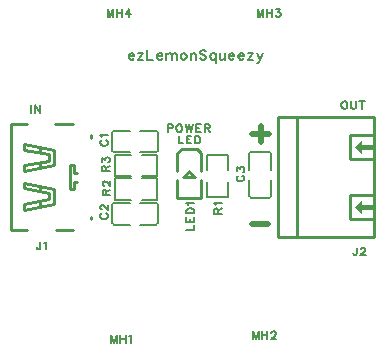
<source format=gto>
G04 Layer: TopSilkscreenLayer*
G04 EasyEDA Pro v2.2.37.3, 2025-03-15 19:37:20*
G04 Gerber Generator version 0.3*
G04 Scale: 100 percent, Rotated: No, Reflected: No*
G04 Dimensions in millimeters*
G04 Leading zeros omitted, absolute positions, 4 integers and 5 decimals*
%FSLAX45Y45*%
%MOMM*%
%ADD10C,0.152*%
%ADD11C,0.5*%
%ADD12C,0.15*%
%ADD13C,0.1524*%
%ADD14C,0.254*%
%ADD15C,0.2539*%
%ADD16C,0.25*%
G75*


G04 Text Start*
G54D10*
G01X112620Y2109230D02*
G01X112620Y2044206D01*
G01X142592Y2109230D02*
G01X142592Y2044206D01*
G01X142592Y2109230D02*
G01X186026Y2044206D01*
G01X186026Y2109230D02*
G01X186026Y2044206D01*
G01X2756157Y2144230D02*
G01X2750061Y2141182D01*
G01X2743711Y2135086D01*
G01X2740663Y2128736D01*
G01X2737615Y2119592D01*
G01X2737615Y2104098D01*
G01X2740663Y2094700D01*
G01X2743711Y2088604D01*
G01X2750061Y2082254D01*
G01X2756157Y2079206D01*
G01X2768603Y2079206D01*
G01X2774699Y2082254D01*
G01X2781049Y2088604D01*
G01X2784097Y2094700D01*
G01X2787145Y2104098D01*
G01X2787145Y2119592D01*
G01X2784097Y2128736D01*
G01X2781049Y2135086D01*
G01X2774699Y2141182D01*
G01X2768603Y2144230D01*
G01X2756157Y2144230D01*
G01X2817117Y2144230D02*
G01X2817117Y2097748D01*
G01X2820419Y2088604D01*
G01X2826515Y2082254D01*
G01X2835913Y2079206D01*
G01X2842009Y2079206D01*
G01X2851153Y2082254D01*
G01X2857503Y2088604D01*
G01X2860551Y2097748D01*
G01X2860551Y2144230D01*
G01X2912367Y2144230D02*
G01X2912367Y2079206D01*
G01X2890523Y2144230D02*
G01X2933957Y2144230D01*
G01X1265683Y1947080D02*
G01X1265683Y1882056D01*
G01X1265683Y1947080D02*
G01X1293623Y1947080D01*
G01X1302767Y1944032D01*
G01X1305815Y1940984D01*
G01X1309117Y1934888D01*
G01X1309117Y1925490D01*
G01X1305815Y1919394D01*
G01X1302767Y1916092D01*
G01X1293623Y1913044D01*
G01X1265683Y1913044D01*
G01X1357885Y1947080D02*
G01X1351535Y1944032D01*
G01X1345439Y1937936D01*
G01X1342391Y1931586D01*
G01X1339089Y1922442D01*
G01X1339089Y1906948D01*
G01X1342391Y1897550D01*
G01X1345439Y1891454D01*
G01X1351535Y1885104D01*
G01X1357885Y1882056D01*
G01X1370077Y1882056D01*
G01X1376427Y1885104D01*
G01X1382523Y1891454D01*
G01X1385571Y1897550D01*
G01X1388619Y1906948D01*
G01X1388619Y1922442D01*
G01X1385571Y1931586D01*
G01X1382523Y1937936D01*
G01X1376427Y1944032D01*
G01X1370077Y1947080D01*
G01X1357885Y1947080D01*
G01X1418591Y1947080D02*
G01X1434085Y1882056D01*
G01X1449579Y1947080D02*
G01X1434085Y1882056D01*
G01X1449579Y1947080D02*
G01X1465073Y1882056D01*
G01X1480567Y1947080D02*
G01X1465073Y1882056D01*
G01X1510539Y1947080D02*
G01X1510539Y1882056D01*
G01X1510539Y1947080D02*
G01X1550925Y1947080D01*
G01X1510539Y1916092D02*
G01X1535431Y1916092D01*
G01X1510539Y1882056D02*
G01X1550925Y1882056D01*
G01X1580897Y1947080D02*
G01X1580897Y1882056D01*
G01X1580897Y1947080D02*
G01X1608837Y1947080D01*
G01X1618235Y1944032D01*
G01X1621283Y1940984D01*
G01X1624331Y1934888D01*
G01X1624331Y1928538D01*
G01X1621283Y1922442D01*
G01X1618235Y1919394D01*
G01X1608837Y1916092D01*
G01X1580897Y1916092D01*
G01X1602741Y1916092D02*
G01X1624331Y1882056D01*
G01X1359583Y1852080D02*
G01X1359583Y1787056D01*
G01X1359583Y1787056D02*
G01X1396667Y1787056D01*
G01X1426639Y1852080D02*
G01X1426639Y1787056D01*
G01X1426639Y1852080D02*
G01X1467025Y1852080D01*
G01X1426639Y1821092D02*
G01X1451531Y1821092D01*
G01X1426639Y1787056D02*
G01X1467025Y1787056D01*
G01X1496997Y1852080D02*
G01X1496997Y1787056D01*
G01X1496997Y1852080D02*
G01X1518841Y1852080D01*
G01X1527985Y1849032D01*
G01X1534335Y1842936D01*
G01X1537383Y1836586D01*
G01X1540431Y1827442D01*
G01X1540431Y1811948D01*
G01X1537383Y1802550D01*
G01X1534335Y1796454D01*
G01X1527985Y1790104D01*
G01X1518841Y1787056D01*
G01X1496997Y1787056D01*
G54D11*
G01X2054942Y1935214D02*
G01X2054942Y1794752D01*
G01X1984584Y1865110D02*
G01X2125300Y1865110D01*
G01X1979591Y1108029D02*
G01X2120307Y1108029D01*
G54D12*
G01X938383Y2526035D02*
G01X985119Y2526035D01*
G01X985119Y2533909D01*
G01X981309Y2541783D01*
G01X977245Y2545593D01*
G01X969625Y2549403D01*
G01X957687Y2549403D01*
G01X950067Y2545593D01*
G01X942193Y2537719D01*
G01X938383Y2526035D01*
G01X938383Y2518161D01*
G01X942193Y2506477D01*
G01X950067Y2498857D01*
G01X957687Y2494793D01*
G01X969625Y2494793D01*
G01X977245Y2498857D01*
G01X985119Y2506477D01*
G01X1061827Y2549403D02*
G01X1018901Y2494793D01*
G01X1018901Y2549403D02*
G01X1061827Y2549403D01*
G01X1018901Y2494793D02*
G01X1061827Y2494793D01*
G01X1095609Y2576835D02*
G01X1095609Y2494793D01*
G01X1095609Y2494793D02*
G01X1142345Y2494793D01*
G01X1176127Y2526035D02*
G01X1222863Y2526035D01*
G01X1222863Y2533909D01*
G01X1219053Y2541783D01*
G01X1215243Y2545593D01*
G01X1207369Y2549403D01*
G01X1195685Y2549403D01*
G01X1187811Y2545593D01*
G01X1179937Y2537719D01*
G01X1176127Y2526035D01*
G01X1176127Y2518161D01*
G01X1179937Y2506477D01*
G01X1187811Y2498857D01*
G01X1195685Y2494793D01*
G01X1207369Y2494793D01*
G01X1215243Y2498857D01*
G01X1222863Y2506477D01*
G01X1256645Y2549403D02*
G01X1256645Y2494793D01*
G01X1256645Y2533909D02*
G01X1268329Y2545593D01*
G01X1276203Y2549403D01*
G01X1287887Y2549403D01*
G01X1295761Y2545593D01*
G01X1299571Y2533909D01*
G01X1299571Y2494793D01*
G01X1299571Y2533909D02*
G01X1311255Y2545593D01*
G01X1319129Y2549403D01*
G01X1330813Y2549403D01*
G01X1338687Y2545593D01*
G01X1342497Y2533909D01*
G01X1342497Y2494793D01*
G01X1395837Y2549403D02*
G01X1387963Y2545593D01*
G01X1380089Y2537719D01*
G01X1376279Y2526035D01*
G01X1376279Y2518161D01*
G01X1380089Y2506477D01*
G01X1387963Y2498857D01*
G01X1395837Y2494793D01*
G01X1407521Y2494793D01*
G01X1415395Y2498857D01*
G01X1423015Y2506477D01*
G01X1427079Y2518161D01*
G01X1427079Y2526035D01*
G01X1423015Y2537719D01*
G01X1415395Y2545593D01*
G01X1407521Y2549403D01*
G01X1395837Y2549403D01*
G01X1460861Y2549403D02*
G01X1460861Y2494793D01*
G01X1460861Y2533909D02*
G01X1472545Y2545593D01*
G01X1480419Y2549403D01*
G01X1492103Y2549403D01*
G01X1499977Y2545593D01*
G01X1503787Y2533909D01*
G01X1503787Y2494793D01*
G01X1592179Y2565151D02*
G01X1584305Y2573025D01*
G01X1572621Y2576835D01*
G01X1557127Y2576835D01*
G01X1545443Y2573025D01*
G01X1537569Y2565151D01*
G01X1537569Y2557277D01*
G01X1541379Y2549403D01*
G01X1545443Y2545593D01*
G01X1553063Y2541783D01*
G01X1576685Y2533909D01*
G01X1584305Y2530099D01*
G01X1588369Y2526035D01*
G01X1592179Y2518161D01*
G01X1592179Y2506477D01*
G01X1584305Y2498857D01*
G01X1572621Y2494793D01*
G01X1557127Y2494793D01*
G01X1545443Y2498857D01*
G01X1537569Y2506477D01*
G01X1672697Y2549403D02*
G01X1672697Y2467615D01*
G01X1672697Y2537719D02*
G01X1665077Y2545593D01*
G01X1657203Y2549403D01*
G01X1645519Y2549403D01*
G01X1637645Y2545593D01*
G01X1629771Y2537719D01*
G01X1625961Y2526035D01*
G01X1625961Y2518161D01*
G01X1629771Y2506477D01*
G01X1637645Y2498857D01*
G01X1645519Y2494793D01*
G01X1657203Y2494793D01*
G01X1665077Y2498857D01*
G01X1672697Y2506477D01*
G01X1706479Y2549403D02*
G01X1706479Y2510541D01*
G01X1710289Y2498857D01*
G01X1718163Y2494793D01*
G01X1729847Y2494793D01*
G01X1737721Y2498857D01*
G01X1749405Y2510541D01*
G01X1749405Y2549403D02*
G01X1749405Y2494793D01*
G01X1783187Y2526035D02*
G01X1829923Y2526035D01*
G01X1829923Y2533909D01*
G01X1826113Y2541783D01*
G01X1822303Y2545593D01*
G01X1814429Y2549403D01*
G01X1802745Y2549403D01*
G01X1794871Y2545593D01*
G01X1786997Y2537719D01*
G01X1783187Y2526035D01*
G01X1783187Y2518161D01*
G01X1786997Y2506477D01*
G01X1794871Y2498857D01*
G01X1802745Y2494793D01*
G01X1814429Y2494793D01*
G01X1822303Y2498857D01*
G01X1829923Y2506477D01*
G01X1863705Y2526035D02*
G01X1910441Y2526035D01*
G01X1910441Y2533909D01*
G01X1906631Y2541783D01*
G01X1902821Y2545593D01*
G01X1894947Y2549403D01*
G01X1883263Y2549403D01*
G01X1875389Y2545593D01*
G01X1867515Y2537719D01*
G01X1863705Y2526035D01*
G01X1863705Y2518161D01*
G01X1867515Y2506477D01*
G01X1875389Y2498857D01*
G01X1883263Y2494793D01*
G01X1894947Y2494793D01*
G01X1902821Y2498857D01*
G01X1910441Y2506477D01*
G01X1987149Y2549403D02*
G01X1944223Y2494793D01*
G01X1944223Y2549403D02*
G01X1987149Y2549403D01*
G01X1944223Y2494793D02*
G01X1987149Y2494793D01*
G01X2024741Y2549403D02*
G01X2048363Y2494793D01*
G01X2071731Y2549403D02*
G01X2048363Y2494793D01*
G01X2040489Y2479299D01*
G01X2032615Y2471425D01*
G01X2024741Y2467615D01*
G01X2020931Y2467615D01*
G54D13*
G01X711258Y1814098D02*
G01X704908Y1811050D01*
G01X698812Y1804700D01*
G01X695764Y1798604D01*
G01X695764Y1786158D01*
G01X698812Y1780062D01*
G01X704908Y1773712D01*
G01X711258Y1770664D01*
G01X720402Y1767616D01*
G01X735896Y1767616D01*
G01X745294Y1770664D01*
G01X751390Y1773712D01*
G01X757740Y1780062D01*
G01X760788Y1786158D01*
G01X760788Y1798604D01*
G01X757740Y1804700D01*
G01X751390Y1811050D01*
G01X745294Y1814098D01*
G01X708210Y1844324D02*
G01X704908Y1850420D01*
G01X695764Y1859564D01*
G01X760788Y1859564D01*
G01X711258Y1194100D02*
G01X704908Y1191052D01*
G01X698812Y1184702D01*
G01X695764Y1178606D01*
G01X695764Y1166160D01*
G01X698812Y1160064D01*
G01X704908Y1153714D01*
G01X711258Y1150666D01*
G01X720402Y1147618D01*
G01X735896Y1147618D01*
G01X745294Y1150666D01*
G01X751390Y1153714D01*
G01X757740Y1160064D01*
G01X760788Y1166160D01*
G01X760788Y1178606D01*
G01X757740Y1184702D01*
G01X751390Y1191052D01*
G01X745294Y1194100D01*
G01X711258Y1227374D02*
G01X708210Y1227374D01*
G01X701860Y1230422D01*
G01X698812Y1233470D01*
G01X695764Y1239566D01*
G01X695764Y1252012D01*
G01X698812Y1258362D01*
G01X701860Y1261410D01*
G01X708210Y1264458D01*
G01X714306Y1264458D01*
G01X720402Y1261410D01*
G01X729800Y1255060D01*
G01X760788Y1224326D01*
G01X760788Y1267506D01*
G01X1866256Y1514099D02*
G01X1859906Y1511051D01*
G01X1853810Y1504701D01*
G01X1850762Y1498605D01*
G01X1850762Y1486159D01*
G01X1853810Y1480063D01*
G01X1859906Y1473713D01*
G01X1866256Y1470665D01*
G01X1875400Y1467617D01*
G01X1890894Y1467617D01*
G01X1900292Y1470665D01*
G01X1906388Y1473713D01*
G01X1912738Y1480063D01*
G01X1915786Y1486159D01*
G01X1915786Y1498605D01*
G01X1912738Y1504701D01*
G01X1906388Y1511051D01*
G01X1900292Y1514099D01*
G01X1850762Y1550421D02*
G01X1850762Y1584457D01*
G01X1875400Y1565915D01*
G01X1875400Y1575059D01*
G01X1878448Y1581409D01*
G01X1881750Y1584457D01*
G01X1890894Y1587505D01*
G01X1897244Y1587505D01*
G01X1906388Y1584457D01*
G01X1912738Y1578361D01*
G01X1915786Y1568963D01*
G01X1915786Y1559565D01*
G01X1912738Y1550421D01*
G01X1909436Y1547373D01*
G01X1903340Y1544325D01*
G01X2868602Y904232D02*
G01X2868602Y854702D01*
G01X2865554Y845558D01*
G01X2862506Y842256D01*
G01X2856156Y839208D01*
G01X2850060Y839208D01*
G01X2843710Y842256D01*
G01X2840662Y845558D01*
G01X2837614Y854702D01*
G01X2837614Y861052D01*
G01X2901876Y888738D02*
G01X2901876Y891786D01*
G01X2904924Y898136D01*
G01X2907972Y901184D01*
G01X2914068Y904232D01*
G01X2926514Y904232D01*
G01X2932864Y901184D01*
G01X2935912Y898136D01*
G01X2938960Y891786D01*
G01X2938960Y885690D01*
G01X2935912Y879594D01*
G01X2929562Y870196D01*
G01X2898828Y839208D01*
G01X2942008Y839208D01*
G01X1425763Y1057618D02*
G01X1490787Y1057618D01*
G01X1490787Y1057618D02*
G01X1490787Y1094702D01*
G01X1425763Y1124928D02*
G01X1490787Y1124928D01*
G01X1425763Y1124928D02*
G01X1425763Y1165060D01*
G01X1456751Y1124928D02*
G01X1456751Y1149566D01*
G01X1490787Y1124928D02*
G01X1490787Y1165060D01*
G01X1425763Y1195286D02*
G01X1490787Y1195286D01*
G01X1425763Y1195286D02*
G01X1425763Y1216876D01*
G01X1428811Y1226020D01*
G01X1434907Y1232370D01*
G01X1441257Y1235418D01*
G01X1450401Y1238466D01*
G01X1465895Y1238466D01*
G01X1475293Y1235418D01*
G01X1481389Y1232370D01*
G01X1487739Y1226020D01*
G01X1490787Y1216876D01*
G01X1490787Y1195286D01*
G01X1438209Y1268692D02*
G01X1434907Y1274788D01*
G01X1425763Y1283932D01*
G01X1490787Y1283932D01*
G01X787620Y164234D02*
G01X787620Y99210D01*
G01X787620Y164234D02*
G01X812512Y99210D01*
G01X837150Y164234D02*
G01X812512Y99210D01*
G01X837150Y164234D02*
G01X837150Y99210D01*
G01X867376Y164234D02*
G01X867376Y99210D01*
G01X910556Y164234D02*
G01X910556Y99210D01*
G01X867376Y133246D02*
G01X910556Y133246D01*
G01X940782Y151788D02*
G01X946878Y155090D01*
G01X956022Y164234D01*
G01X956022Y99210D01*
G01X1987621Y194234D02*
G01X1987621Y129210D01*
G01X1987621Y194234D02*
G01X2012513Y129210D01*
G01X2037151Y194234D02*
G01X2012513Y129210D01*
G01X2037151Y194234D02*
G01X2037151Y129210D01*
G01X2067377Y194234D02*
G01X2067377Y129210D01*
G01X2110557Y194234D02*
G01X2110557Y129210D01*
G01X2067377Y163246D02*
G01X2110557Y163246D01*
G01X2143831Y178740D02*
G01X2143831Y181788D01*
G01X2146879Y188138D01*
G01X2149927Y191186D01*
G01X2156023Y194234D01*
G01X2168469Y194234D01*
G01X2174819Y191186D01*
G01X2177867Y188138D01*
G01X2180915Y181788D01*
G01X2180915Y175692D01*
G01X2177867Y169596D01*
G01X2171517Y160198D01*
G01X2140783Y129210D01*
G01X2183963Y129210D01*
G01X2027621Y2924235D02*
G01X2027621Y2859211D01*
G01X2027621Y2924235D02*
G01X2052513Y2859211D01*
G01X2077151Y2924235D02*
G01X2052513Y2859211D01*
G01X2077151Y2924235D02*
G01X2077151Y2859211D01*
G01X2107377Y2924235D02*
G01X2107377Y2859211D01*
G01X2150557Y2924235D02*
G01X2150557Y2859211D01*
G01X2107377Y2893247D02*
G01X2150557Y2893247D01*
G01X2186879Y2924235D02*
G01X2220915Y2924235D01*
G01X2202373Y2899597D01*
G01X2211517Y2899597D01*
G01X2217867Y2896549D01*
G01X2220915Y2893247D01*
G01X2223963Y2884103D01*
G01X2223963Y2877753D01*
G01X2220915Y2868609D01*
G01X2214819Y2862259D01*
G01X2205421Y2859211D01*
G01X2196023Y2859211D01*
G01X2186879Y2862259D01*
G01X2183831Y2865561D01*
G01X2180783Y2871657D01*
G01X757621Y2924235D02*
G01X757621Y2859211D01*
G01X757621Y2924235D02*
G01X782513Y2859211D01*
G01X807151Y2924235D02*
G01X782513Y2859211D01*
G01X807151Y2924235D02*
G01X807151Y2859211D01*
G01X837377Y2924235D02*
G01X837377Y2859211D01*
G01X880557Y2924235D02*
G01X880557Y2859211D01*
G01X837377Y2893247D02*
G01X880557Y2893247D01*
G01X941517Y2924235D02*
G01X910783Y2881055D01*
G01X957011Y2881055D01*
G01X941517Y2924235D02*
G01X941517Y2859211D01*
G01X1660762Y1192618D02*
G01X1725786Y1192618D01*
G01X1660762Y1192618D02*
G01X1660762Y1220558D01*
G01X1663810Y1229702D01*
G01X1666858Y1232750D01*
G01X1673208Y1236052D01*
G01X1679304Y1236052D01*
G01X1685400Y1232750D01*
G01X1688448Y1229702D01*
G01X1691750Y1220558D01*
G01X1691750Y1192618D01*
G01X1691750Y1214208D02*
G01X1725786Y1236052D01*
G01X1673208Y1266278D02*
G01X1669906Y1272374D01*
G01X1660762Y1281518D01*
G01X1725786Y1281518D01*
G01X715764Y1352617D02*
G01X780788Y1352617D01*
G01X715764Y1352617D02*
G01X715764Y1380557D01*
G01X718812Y1389701D01*
G01X721860Y1392749D01*
G01X728210Y1396051D01*
G01X734306Y1396051D01*
G01X740402Y1392749D01*
G01X743450Y1389701D01*
G01X746752Y1380557D01*
G01X746752Y1352617D01*
G01X746752Y1374207D02*
G01X780788Y1396051D01*
G01X731258Y1429325D02*
G01X728210Y1429325D01*
G01X721860Y1432373D01*
G01X718812Y1435421D01*
G01X715764Y1441517D01*
G01X715764Y1453963D01*
G01X718812Y1460313D01*
G01X721860Y1463361D01*
G01X728210Y1466409D01*
G01X734306Y1466409D01*
G01X740402Y1463361D01*
G01X749800Y1457011D01*
G01X780788Y1426277D01*
G01X780788Y1469457D01*
G01X710764Y1552617D02*
G01X775788Y1552617D01*
G01X710764Y1552617D02*
G01X710764Y1580557D01*
G01X713812Y1589701D01*
G01X716860Y1592749D01*
G01X723210Y1596051D01*
G01X729306Y1596051D01*
G01X735402Y1592749D01*
G01X738450Y1589701D01*
G01X741752Y1580557D01*
G01X741752Y1552617D01*
G01X741752Y1574207D02*
G01X775788Y1596051D01*
G01X710764Y1632373D02*
G01X710764Y1666409D01*
G01X735402Y1647867D01*
G01X735402Y1657011D01*
G01X738450Y1663361D01*
G01X741752Y1666409D01*
G01X750896Y1669457D01*
G01X757246Y1669457D01*
G01X766390Y1666409D01*
G01X772740Y1660313D01*
G01X775788Y1650915D01*
G01X775788Y1641517D01*
G01X772740Y1632373D01*
G01X769438Y1629325D01*
G01X763342Y1626277D01*
G01X188608Y954232D02*
G01X188608Y904702D01*
G01X185560Y895558D01*
G01X182512Y892256D01*
G01X176162Y889208D01*
G01X170066Y889208D01*
G01X163716Y892256D01*
G01X160668Y895558D01*
G01X157620Y904702D01*
G01X157620Y911052D01*
G01X218834Y941786D02*
G01X224930Y945088D01*
G01X234074Y954232D01*
G01X234074Y889208D01*
G04 Text End*

G04 PolygonModel Start*
G01X808881Y1709640D02*
G01X949881Y1709640D01*
G01X949881Y1890361D02*
G01X808881Y1890361D01*
G01X793641Y1875121D02*
G01X793641Y1724880D01*
G01X1171120Y1709640D02*
G01X1030120Y1709640D01*
G01X1030120Y1890361D02*
G01X1171120Y1890361D01*
G01X1186360Y1875121D02*
G01X1186360Y1724880D01*
G01X808881Y1890361D02*
G03X793641Y1875121I0J-15240D01*
G01X793641Y1724880D02*
G03X808881Y1709640I15240J0D01*
G01X1171120Y1890361D02*
G02X1186360Y1875121I0J-15240D01*
G01X1186360Y1724880D02*
G02X1171120Y1709640I-15240J0D01*
G01X808881Y1099640D02*
G01X949881Y1099640D01*
G01X949881Y1280361D02*
G01X808881Y1280361D01*
G01X793641Y1265121D02*
G01X793641Y1114880D01*
G01X1171120Y1099640D02*
G01X1030120Y1099640D01*
G01X1030120Y1280361D02*
G01X1171120Y1280361D01*
G01X1186360Y1265121D02*
G01X1186360Y1114880D01*
G01X808881Y1280361D02*
G03X793641Y1265121I0J-15240D01*
G01X793641Y1114880D02*
G03X808881Y1099640I15240J0D01*
G01X1171120Y1280361D02*
G02X1186360Y1265121I0J-15240D01*
G01X1186360Y1114880D02*
G02X1171120Y1099640I-15240J0D01*
G01X1959641Y1701121D02*
G01X1959641Y1560120D01*
G01X2140362Y1560120D02*
G01X2140362Y1701121D01*
G01X2125122Y1716361D02*
G01X1974881Y1716361D01*
G01X1959641Y1338881D02*
G01X1959641Y1479881D01*
G01X2140362Y1479881D02*
G01X2140362Y1338881D01*
G01X2125122Y1323641D02*
G01X1974881Y1323641D01*
G01X2140362Y1701121D02*
G03X2125122Y1716361I-15240J0D01*
G01X1974881Y1716361D02*
G03X1959641Y1701121I0J-15240D01*
G01X2140362Y1338881D02*
G02X2125122Y1323641I-15240J0D01*
G01X1974881Y1323641D02*
G02X1959641Y1338881I0J15240D01*
G54D14*
G01X3014998Y1654285D02*
G01X2810000Y1654285D01*
G01X2810000Y1654285D02*
G01X2810000Y1854000D01*
G01X2810000Y1854000D02*
G01X3014998Y1854000D01*
G01X3014998Y1146285D02*
G01X2810000Y1146285D01*
G01X2810000Y1146285D02*
G01X2810000Y1346000D01*
G01X2810000Y1346000D02*
G01X3014998Y1346000D01*
G01X2360001Y2008000D02*
G01X2360001Y992000D01*
G01X2205002Y992000D02*
G01X3014998Y992000D01*
G01X3014998Y992000D02*
G01X3014998Y1730635D01*
G01X3014998Y1730635D02*
G01X3014874Y2008000D01*
G01X3014874Y2008000D02*
G01X2205002Y2008000D01*
G01X2205002Y2008000D02*
G01X2205002Y1638981D01*
G01X2205002Y1638981D02*
G01X2205002Y992000D01*
G36*
G01X3014998Y1246000D02*
G01X3014998Y1226000D01*
G01X2910000Y1226000D01*
G01X2910000Y1186000D01*
G01X2850000Y1246000D01*
G01X2910000Y1306000D01*
G01X2910000Y1266000D01*
G01X3014998Y1266000D01*
G01X3014998Y1246000D01*
G37*
G36*
G01X3014998Y1754000D02*
G01X3014998Y1734000D01*
G01X2910000Y1734000D01*
G01X2910000Y1694000D01*
G01X2850000Y1754000D01*
G01X2910000Y1814000D01*
G01X2910000Y1774000D01*
G01X3014998Y1774000D01*
G01X3014998Y1754000D01*
G37*
G01X1500001Y1500001D02*
G01X1460001Y1540001D01*
G01X1460001Y1540001D02*
G01X1450001Y1550001D01*
G01X1450001Y1550001D02*
G01X1439976Y1540001D01*
G01X1439976Y1540001D02*
G01X1399976Y1500001D01*
G01X1500001Y1500001D02*
G01X1399976Y1500001D01*
G01X1348274Y1475678D02*
G01X1348274Y1320738D01*
G01X1348274Y1320738D02*
G01X1551474Y1320738D01*
G01X1551474Y1320738D02*
G01X1551474Y1475678D01*
G01X1345734Y1554418D02*
G01X1345734Y1701738D01*
G01X1345734Y1701738D02*
G01X1386374Y1742378D01*
G01X1386374Y1742378D02*
G01X1513374Y1742378D01*
G01X1513374Y1742378D02*
G01X1551474Y1704278D01*
G01X1551474Y1704278D02*
G01X1551474Y1551878D01*
G54D13*
G01X1781710Y1557621D02*
G01X1781710Y1686114D01*
G01X1781710Y1686114D02*
G01X1598292Y1686114D01*
G01X1598292Y1686114D02*
G01X1598292Y1557621D01*
G01X1781710Y1462381D02*
G01X1781710Y1333887D01*
G01X1781710Y1333887D02*
G01X1598292Y1333887D01*
G01X1598292Y1333887D02*
G01X1598292Y1462381D01*
G01X952378Y1491706D02*
G01X823885Y1491706D01*
G01X823885Y1491706D02*
G01X823885Y1308288D01*
G01X823885Y1308288D02*
G01X952378Y1308288D01*
G01X1047618Y1491706D02*
G01X1176111Y1491706D01*
G01X1176111Y1491706D02*
G01X1176111Y1308288D01*
G01X1176111Y1308288D02*
G01X1047618Y1308288D01*
G01X952378Y1691706D02*
G01X823885Y1691706D01*
G01X823885Y1691706D02*
G01X823885Y1508288D01*
G01X823885Y1508288D02*
G01X952378Y1508288D01*
G01X1047618Y1691706D02*
G01X1176111Y1691706D01*
G01X1176111Y1691706D02*
G01X1176111Y1508288D01*
G01X1176111Y1508288D02*
G01X1047618Y1508288D01*
G54D16*
G01X617502Y1167084D02*
G01X617502Y1145921D01*
G01X617502Y1854073D02*
G01X617502Y1832910D01*
G01X457502Y1949996D02*
G01X461711Y1949996D01*
G01X457502Y1949996D02*
G01X313271Y1949996D01*
G01X317503Y1049998D02*
G01X462511Y1049998D01*
G01X77381Y1950072D02*
G01X79667Y1950072D01*
G01X79667Y1950072D02*
G01X-62573Y1950072D01*
G01X-62573Y1950072D02*
G01X-62573Y1049896D01*
G01X-62573Y1049896D02*
G01X77381Y1049896D01*
G01X477502Y1539999D02*
G01X497502Y1539999D01*
G01X437502Y1400000D02*
G01X477502Y1400000D01*
G01X477502Y1400000D02*
G01X477502Y1460000D01*
G01X477502Y1460000D02*
G01X497502Y1460000D01*
G01X437502Y1599999D02*
G01X477502Y1599999D01*
G01X477502Y1599999D02*
G01X477502Y1539999D01*
G01X437502Y1601000D02*
G01X437502Y1398999D01*
G54D14*
G01X54178Y1781764D02*
G01X304368Y1731980D01*
G01X304368Y1731980D02*
G01X304368Y1601932D01*
G01X304368Y1601932D02*
G01X54178Y1551894D01*
G01X54178Y1551894D02*
G01X54178Y1601424D01*
G01X54178Y1601424D02*
G01X264236Y1641302D01*
G01X264236Y1641302D02*
G01X264236Y1694134D01*
G01X264236Y1694134D02*
G01X54178Y1734266D01*
G01X54178Y1734266D02*
G01X54178Y1781764D01*
G01X184226Y1751792D02*
G01X184226Y1711914D01*
G01X184257Y1621856D02*
G01X184257Y1581856D01*
G01X184765Y1294178D02*
G01X184765Y1254178D01*
G01X184734Y1424115D02*
G01X184734Y1384237D01*
G01X54686Y1454087D02*
G01X304876Y1404303D01*
G01X304876Y1404303D02*
G01X304876Y1274255D01*
G01X304876Y1274255D02*
G01X54686Y1224217D01*
G01X54686Y1224217D02*
G01X54686Y1273747D01*
G01X54686Y1273747D02*
G01X264744Y1313625D01*
G01X264744Y1313625D02*
G01X264744Y1366457D01*
G01X264744Y1366457D02*
G01X54686Y1406589D01*
G01X54686Y1406589D02*
G01X54686Y1454087D01*

M02*


</source>
